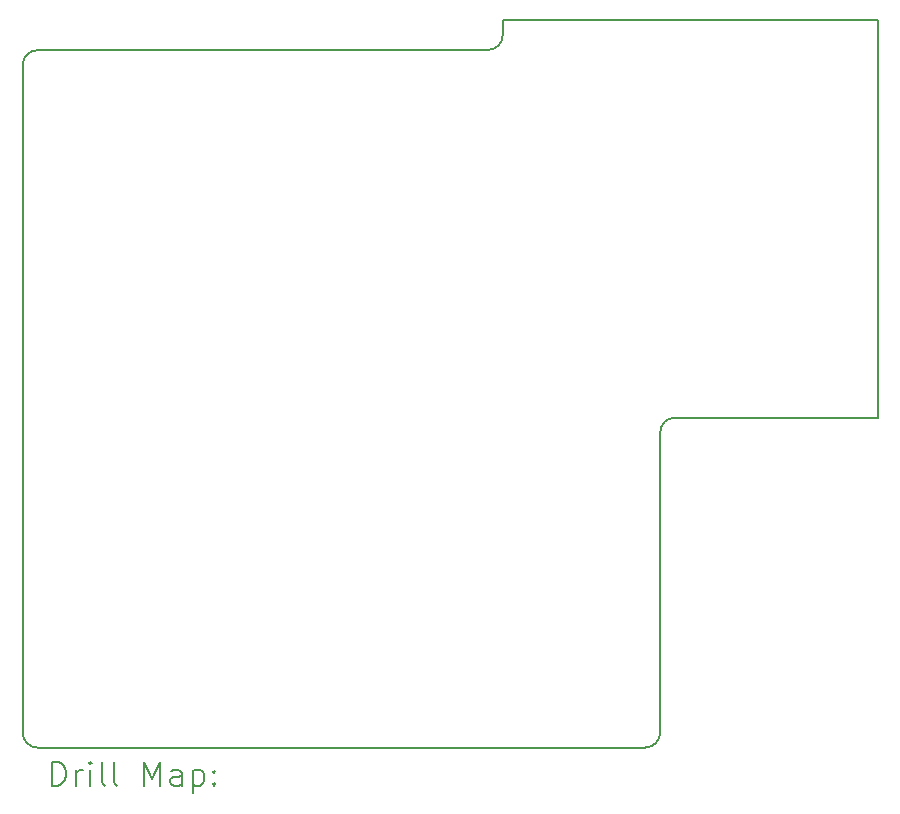
<source format=gbr>
%TF.GenerationSoftware,KiCad,Pcbnew,8.0.8*%
%TF.CreationDate,2025-02-08T14:05:12+10:30*%
%TF.ProjectId,tt06-vga-interposer,74743036-2d76-4676-912d-696e74657270,rev?*%
%TF.SameCoordinates,Original*%
%TF.FileFunction,Drillmap*%
%TF.FilePolarity,Positive*%
%FSLAX45Y45*%
G04 Gerber Fmt 4.5, Leading zero omitted, Abs format (unit mm)*
G04 Created by KiCad (PCBNEW 8.0.8) date 2025-02-08 14:05:12*
%MOMM*%
%LPD*%
G01*
G04 APERTURE LIST*
%ADD10C,0.200000*%
G04 APERTURE END LIST*
D10*
X12763500Y-7302500D02*
G75*
G02*
X12890500Y-7175500I127000J0D01*
G01*
X11303000Y-4064000D02*
X7493000Y-4064000D01*
X12763500Y-9842500D02*
X12763500Y-7302500D01*
X7366000Y-4191000D02*
X7366000Y-9842500D01*
X12890500Y-7175500D02*
X14605000Y-7175500D01*
X12763500Y-9842500D02*
G75*
G02*
X12636500Y-9969500I-127000J0D01*
G01*
X7493000Y-9969500D02*
X12636500Y-9969500D01*
X14605000Y-3810000D02*
X11430000Y-3810000D01*
X7493000Y-9969500D02*
G75*
G02*
X7366000Y-9842500I0J127000D01*
G01*
X7366000Y-4191000D02*
G75*
G02*
X7493000Y-4064000I127000J0D01*
G01*
X11430000Y-3937000D02*
G75*
G02*
X11303000Y-4064000I-127000J0D01*
G01*
X11430000Y-3810000D02*
X11430000Y-3937000D01*
X14605000Y-7175500D02*
X14605000Y-3810000D01*
X7616777Y-10290984D02*
X7616777Y-10090984D01*
X7616777Y-10090984D02*
X7664396Y-10090984D01*
X7664396Y-10090984D02*
X7692967Y-10100508D01*
X7692967Y-10100508D02*
X7712015Y-10119555D01*
X7712015Y-10119555D02*
X7721539Y-10138603D01*
X7721539Y-10138603D02*
X7731062Y-10176698D01*
X7731062Y-10176698D02*
X7731062Y-10205270D01*
X7731062Y-10205270D02*
X7721539Y-10243365D01*
X7721539Y-10243365D02*
X7712015Y-10262412D01*
X7712015Y-10262412D02*
X7692967Y-10281460D01*
X7692967Y-10281460D02*
X7664396Y-10290984D01*
X7664396Y-10290984D02*
X7616777Y-10290984D01*
X7816777Y-10290984D02*
X7816777Y-10157650D01*
X7816777Y-10195746D02*
X7826301Y-10176698D01*
X7826301Y-10176698D02*
X7835824Y-10167174D01*
X7835824Y-10167174D02*
X7854872Y-10157650D01*
X7854872Y-10157650D02*
X7873920Y-10157650D01*
X7940586Y-10290984D02*
X7940586Y-10157650D01*
X7940586Y-10090984D02*
X7931062Y-10100508D01*
X7931062Y-10100508D02*
X7940586Y-10110031D01*
X7940586Y-10110031D02*
X7950110Y-10100508D01*
X7950110Y-10100508D02*
X7940586Y-10090984D01*
X7940586Y-10090984D02*
X7940586Y-10110031D01*
X8064396Y-10290984D02*
X8045348Y-10281460D01*
X8045348Y-10281460D02*
X8035824Y-10262412D01*
X8035824Y-10262412D02*
X8035824Y-10090984D01*
X8169158Y-10290984D02*
X8150110Y-10281460D01*
X8150110Y-10281460D02*
X8140586Y-10262412D01*
X8140586Y-10262412D02*
X8140586Y-10090984D01*
X8397729Y-10290984D02*
X8397729Y-10090984D01*
X8397729Y-10090984D02*
X8464396Y-10233841D01*
X8464396Y-10233841D02*
X8531063Y-10090984D01*
X8531063Y-10090984D02*
X8531063Y-10290984D01*
X8712015Y-10290984D02*
X8712015Y-10186222D01*
X8712015Y-10186222D02*
X8702491Y-10167174D01*
X8702491Y-10167174D02*
X8683444Y-10157650D01*
X8683444Y-10157650D02*
X8645348Y-10157650D01*
X8645348Y-10157650D02*
X8626301Y-10167174D01*
X8712015Y-10281460D02*
X8692967Y-10290984D01*
X8692967Y-10290984D02*
X8645348Y-10290984D01*
X8645348Y-10290984D02*
X8626301Y-10281460D01*
X8626301Y-10281460D02*
X8616777Y-10262412D01*
X8616777Y-10262412D02*
X8616777Y-10243365D01*
X8616777Y-10243365D02*
X8626301Y-10224317D01*
X8626301Y-10224317D02*
X8645348Y-10214793D01*
X8645348Y-10214793D02*
X8692967Y-10214793D01*
X8692967Y-10214793D02*
X8712015Y-10205270D01*
X8807253Y-10157650D02*
X8807253Y-10357650D01*
X8807253Y-10167174D02*
X8826301Y-10157650D01*
X8826301Y-10157650D02*
X8864396Y-10157650D01*
X8864396Y-10157650D02*
X8883444Y-10167174D01*
X8883444Y-10167174D02*
X8892967Y-10176698D01*
X8892967Y-10176698D02*
X8902491Y-10195746D01*
X8902491Y-10195746D02*
X8902491Y-10252889D01*
X8902491Y-10252889D02*
X8892967Y-10271936D01*
X8892967Y-10271936D02*
X8883444Y-10281460D01*
X8883444Y-10281460D02*
X8864396Y-10290984D01*
X8864396Y-10290984D02*
X8826301Y-10290984D01*
X8826301Y-10290984D02*
X8807253Y-10281460D01*
X8988205Y-10271936D02*
X8997729Y-10281460D01*
X8997729Y-10281460D02*
X8988205Y-10290984D01*
X8988205Y-10290984D02*
X8978682Y-10281460D01*
X8978682Y-10281460D02*
X8988205Y-10271936D01*
X8988205Y-10271936D02*
X8988205Y-10290984D01*
X8988205Y-10167174D02*
X8997729Y-10176698D01*
X8997729Y-10176698D02*
X8988205Y-10186222D01*
X8988205Y-10186222D02*
X8978682Y-10176698D01*
X8978682Y-10176698D02*
X8988205Y-10167174D01*
X8988205Y-10167174D02*
X8988205Y-10186222D01*
M02*

</source>
